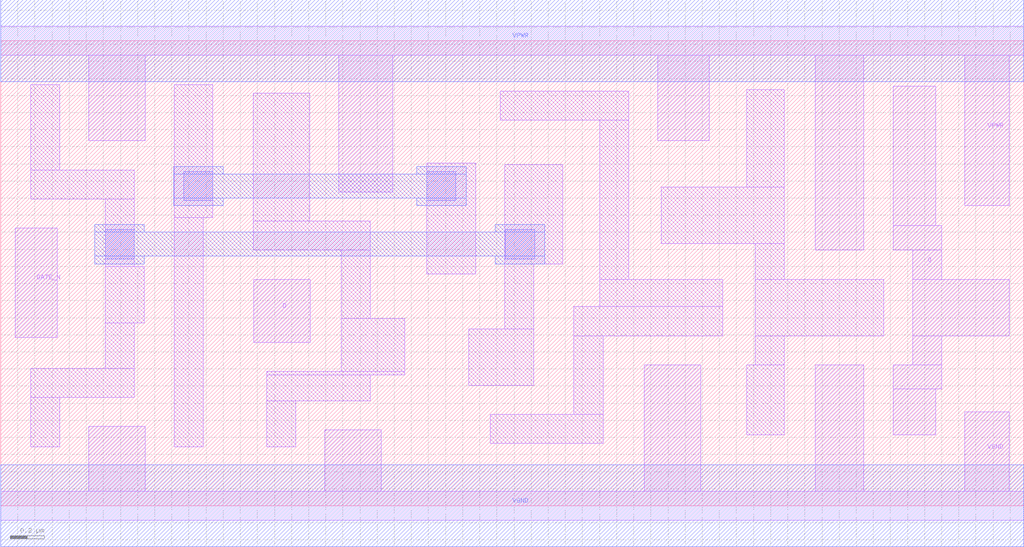
<source format=lef>
# Copyright 2020 The SkyWater PDK Authors
#
# Licensed under the Apache License, Version 2.0 (the "License");
# you may not use this file except in compliance with the License.
# You may obtain a copy of the License at
#
#     https://www.apache.org/licenses/LICENSE-2.0
#
# Unless required by applicable law or agreed to in writing, software
# distributed under the License is distributed on an "AS IS" BASIS,
# WITHOUT WARRANTIES OR CONDITIONS OF ANY KIND, either express or implied.
# See the License for the specific language governing permissions and
# limitations under the License.
#
# SPDX-License-Identifier: Apache-2.0

VERSION 5.5 ;
NAMESCASESENSITIVE ON ;
BUSBITCHARS "[]" ;
DIVIDERCHAR "/" ;
MACRO sky130_fd_sc_hd__dlxtn_2
  CLASS CORE ;
  SOURCE USER ;
  ORIGIN  0.000000  0.000000 ;
  SIZE  5.980000 BY  2.720000 ;
  SYMMETRY X Y R90 ;
  SITE unithd ;
  PIN D
    ANTENNAGATEAREA  0.159000 ;
    DIRECTION INPUT ;
    USE SIGNAL ;
    PORT
      LAYER li1 ;
        RECT 1.480000 0.955000 1.810000 1.325000 ;
    END
  END D
  PIN Q
    ANTENNADIFFAREA  0.445500 ;
    DIRECTION OUTPUT ;
    USE SIGNAL ;
    PORT
      LAYER li1 ;
        RECT 5.215000 0.415000 5.465000 0.685000 ;
        RECT 5.215000 0.685000 5.500000 0.825000 ;
        RECT 5.215000 1.495000 5.500000 1.640000 ;
        RECT 5.215000 1.640000 5.465000 2.455000 ;
        RECT 5.330000 0.825000 5.500000 0.995000 ;
        RECT 5.330000 0.995000 5.895000 1.325000 ;
        RECT 5.330000 1.325000 5.500000 1.495000 ;
    END
  END Q
  PIN GATE_N
    ANTENNAGATEAREA  0.159000 ;
    DIRECTION INPUT ;
    USE CLOCK ;
    PORT
      LAYER li1 ;
        RECT 0.085000 0.985000 0.330000 1.625000 ;
    END
  END GATE_N
  PIN VGND
    DIRECTION INOUT ;
    SHAPE ABUTMENT ;
    USE GROUND ;
    PORT
      LAYER li1 ;
        RECT 0.000000 -0.085000 5.980000 0.085000 ;
        RECT 0.515000  0.085000 0.845000 0.465000 ;
        RECT 1.895000  0.085000 2.225000 0.445000 ;
        RECT 3.760000  0.085000 4.090000 0.825000 ;
        RECT 4.760000  0.085000 5.045000 0.825000 ;
        RECT 5.635000  0.085000 5.895000 0.550000 ;
    END
    PORT
      LAYER met1 ;
        RECT 0.000000 -0.240000 5.980000 0.240000 ;
    END
  END VGND
  PIN VNB
    DIRECTION INOUT ;
    USE GROUND ;
    PORT
    END
  END VNB
  PIN VPB
    DIRECTION INOUT ;
    USE POWER ;
    PORT
    END
  END VPB
  PIN VPWR
    DIRECTION INOUT ;
    SHAPE ABUTMENT ;
    USE POWER ;
    PORT
      LAYER li1 ;
        RECT 0.000000 2.635000 5.980000 2.805000 ;
        RECT 0.515000 2.135000 0.845000 2.635000 ;
        RECT 1.975000 1.835000 2.290000 2.635000 ;
        RECT 3.840000 2.135000 4.140000 2.635000 ;
        RECT 4.760000 1.495000 5.045000 2.635000 ;
        RECT 5.635000 1.755000 5.895000 2.635000 ;
    END
    PORT
      LAYER met1 ;
        RECT 0.000000 2.480000 5.980000 2.960000 ;
    END
  END VPWR
  OBS
    LAYER li1 ;
      RECT 0.175000 0.345000 0.345000 0.635000 ;
      RECT 0.175000 0.635000 0.780000 0.805000 ;
      RECT 0.175000 1.795000 0.780000 1.965000 ;
      RECT 0.175000 1.965000 0.345000 2.465000 ;
      RECT 0.610000 0.805000 0.780000 1.070000 ;
      RECT 0.610000 1.070000 0.840000 1.400000 ;
      RECT 0.610000 1.400000 0.780000 1.795000 ;
      RECT 1.015000 0.345000 1.185000 1.685000 ;
      RECT 1.015000 1.685000 1.240000 2.465000 ;
      RECT 1.475000 1.495000 2.160000 1.665000 ;
      RECT 1.475000 1.665000 1.805000 2.415000 ;
      RECT 1.555000 0.345000 1.725000 0.615000 ;
      RECT 1.555000 0.615000 2.160000 0.765000 ;
      RECT 1.555000 0.765000 2.360000 0.785000 ;
      RECT 1.990000 0.785000 2.360000 1.095000 ;
      RECT 1.990000 1.095000 2.160000 1.495000 ;
      RECT 2.490000 1.355000 2.775000 2.005000 ;
      RECT 2.735000 0.705000 3.115000 1.035000 ;
      RECT 2.860000 0.365000 3.520000 0.535000 ;
      RECT 2.920000 2.255000 3.670000 2.425000 ;
      RECT 2.945000 1.035000 3.115000 1.415000 ;
      RECT 2.945000 1.415000 3.285000 1.995000 ;
      RECT 3.350000 0.535000 3.520000 0.995000 ;
      RECT 3.350000 0.995000 4.220000 1.165000 ;
      RECT 3.500000 1.165000 4.220000 1.325000 ;
      RECT 3.500000 1.325000 3.670000 2.255000 ;
      RECT 3.860000 1.535000 4.580000 1.865000 ;
      RECT 4.360000 0.415000 4.580000 0.825000 ;
      RECT 4.360000 1.865000 4.580000 2.435000 ;
      RECT 4.410000 0.825000 4.580000 0.995000 ;
      RECT 4.410000 0.995000 5.160000 1.325000 ;
      RECT 4.410000 1.325000 4.580000 1.535000 ;
    LAYER mcon ;
      RECT 0.610000 1.445000 0.780000 1.615000 ;
      RECT 1.070000 1.785000 1.240000 1.955000 ;
      RECT 2.490000 1.785000 2.660000 1.955000 ;
      RECT 2.950000 1.445000 3.120000 1.615000 ;
    LAYER met1 ;
      RECT 0.550000 1.415000 0.840000 1.460000 ;
      RECT 0.550000 1.460000 3.180000 1.600000 ;
      RECT 0.550000 1.600000 0.840000 1.645000 ;
      RECT 1.010000 1.755000 1.300000 1.800000 ;
      RECT 1.010000 1.800000 2.720000 1.940000 ;
      RECT 1.010000 1.940000 1.300000 1.985000 ;
      RECT 2.430000 1.755000 2.720000 1.800000 ;
      RECT 2.430000 1.940000 2.720000 1.985000 ;
      RECT 2.890000 1.415000 3.180000 1.460000 ;
      RECT 2.890000 1.600000 3.180000 1.645000 ;
  END
END sky130_fd_sc_hd__dlxtn_2
END LIBRARY

</source>
